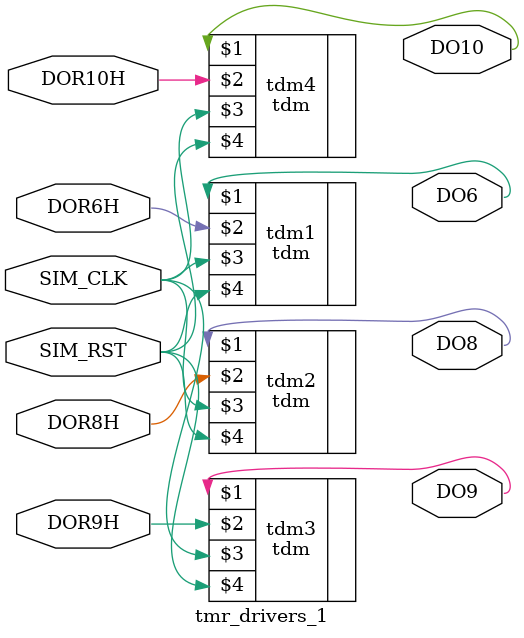
<source format=v>
`timescale 1ns/1ps
`default_nettype none

module tmr_drivers_1(
    input wire SIM_CLK,
    input wire SIM_RST,

    input wire DOR6H,
    input wire DOR8H,
    input wire DOR9H,
    input wire DOR10H,

    output wire DO6,
    output wire DO8,
    output wire DO9,
    output wire DO10
);

// 10-38
tdm tdm1(DO6, DOR6H, SIM_CLK, SIM_RST);
tdm tdm2(DO8, DOR8H, SIM_CLK, SIM_RST);
tdm tdm3(DO9, DOR9H, SIM_CLK, SIM_RST);
tdm tdm4(DO10, DOR10H, SIM_CLK, SIM_RST);

endmodule
`default_nettype wire

</source>
